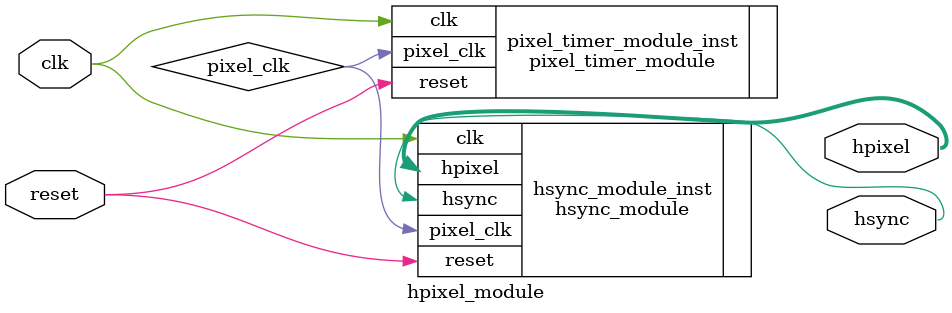
<source format=v>
`timescale 1ns / 1ps

module hpixel_module(
    input clk,
    input reset,
    output hsync,
    output [9:0] hpixel);

    wire pixel_clk;

    pixel_timer_module pixel_timer_module_inst (.clk(clk), .reset(reset), .pixel_clk(pixel_clk));
    hsync_module hsync_module_inst (.clk(clk), .reset(reset), .pixel_clk(pixel_clk), .hsync(hsync), .hpixel(hpixel));
endmodule

</source>
